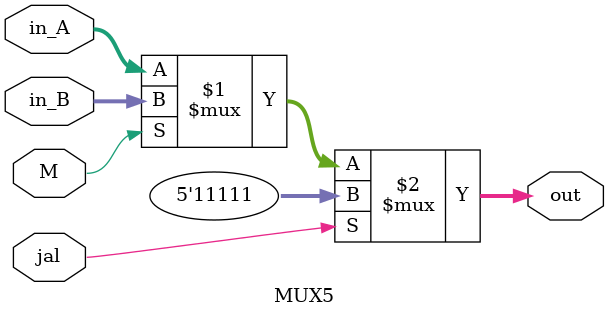
<source format=v>

module MUX5(
    input M,
    input jal,
    input [4:0] in_A,
    input [4:0] in_B,
    output [4:0] out
);

    assign out=jal?5'b11111:(M?in_B:in_A);
endmodule
</source>
